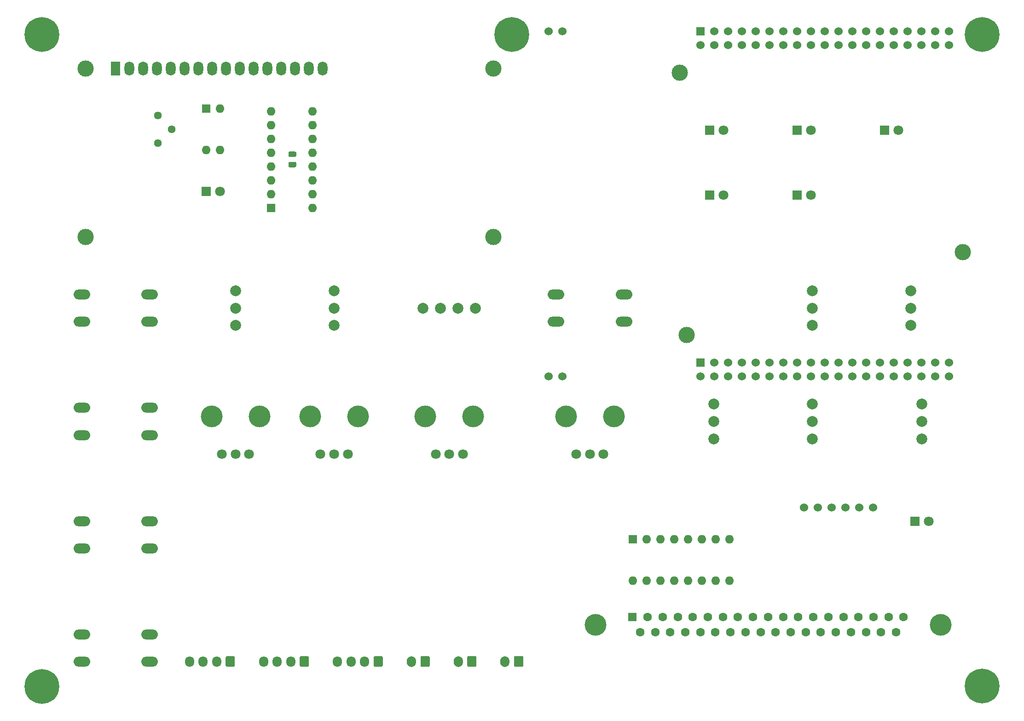
<source format=gbr>
%TF.GenerationSoftware,KiCad,Pcbnew,(5.1.9)-1*%
%TF.CreationDate,2021-02-05T13:08:36+01:00*%
%TF.ProjectId,testbench_io,74657374-6265-46e6-9368-5f696f2e6b69,rev?*%
%TF.SameCoordinates,Original*%
%TF.FileFunction,Soldermask,Top*%
%TF.FilePolarity,Negative*%
%FSLAX46Y46*%
G04 Gerber Fmt 4.6, Leading zero omitted, Abs format (unit mm)*
G04 Created by KiCad (PCBNEW (5.1.9)-1) date 2021-02-05 13:08:36*
%MOMM*%
%LPD*%
G01*
G04 APERTURE LIST*
%ADD10C,2.000000*%
%ADD11O,1.700000X1.950000*%
%ADD12O,1.700000X2.000000*%
%ADD13R,1.800000X2.600000*%
%ADD14O,1.800000X2.600000*%
%ADD15C,3.000000*%
%ADD16C,1.530000*%
%ADD17R,1.530000X1.530000*%
%ADD18O,3.048000X1.850000*%
%ADD19C,0.800000*%
%ADD20C,6.400000*%
%ADD21C,1.800000*%
%ADD22R,1.800000X1.800000*%
%ADD23C,4.000000*%
%ADD24C,1.440000*%
%ADD25O,1.600000X1.600000*%
%ADD26R,1.600000X1.600000*%
%ADD27C,1.524000*%
%ADD28C,1.600000*%
G04 APERTURE END LIST*
D10*
%TO.C,SW114*%
X101965000Y-75783800D03*
X105165000Y-75783800D03*
X98765000Y-75783800D03*
X95565000Y-75783800D03*
%TD*%
%TO.C,SW111*%
X167161000Y-78983800D03*
X167161000Y-75783800D03*
X167161000Y-72583800D03*
%TD*%
%TO.C,SW101*%
X185293000Y-78983800D03*
X185293000Y-75783800D03*
X185293000Y-72583800D03*
%TD*%
%TO.C,SW106*%
X187325000Y-99842200D03*
X187325000Y-96642200D03*
X187325000Y-93442200D03*
%TD*%
%TO.C,SW107*%
X167161000Y-93442200D03*
X167161000Y-96642200D03*
X167161000Y-99842200D03*
%TD*%
%TO.C,SW109*%
X149029000Y-93442200D03*
X149029000Y-96642200D03*
X149029000Y-99842200D03*
%TD*%
%TO.C,SW112*%
X61051000Y-78983800D03*
X61051000Y-75783800D03*
X61051000Y-72583800D03*
%TD*%
%TO.C,SW113*%
X79183000Y-78983800D03*
X79183000Y-75783800D03*
X79183000Y-72583800D03*
%TD*%
D11*
%TO.C,J303*%
X79799814Y-140802600D03*
X82299814Y-140802600D03*
X84799814Y-140802600D03*
G36*
G01*
X88149814Y-140077600D02*
X88149814Y-141527600D01*
G75*
G02*
X87899814Y-141777600I-250000J0D01*
G01*
X86699814Y-141777600D01*
G75*
G02*
X86449814Y-141527600I0J250000D01*
G01*
X86449814Y-140077600D01*
G75*
G02*
X86699814Y-139827600I250000J0D01*
G01*
X87899814Y-139827600D01*
G75*
G02*
X88149814Y-140077600I0J-250000D01*
G01*
G37*
%TD*%
%TO.C,J302*%
X66188307Y-140802600D03*
X68688307Y-140802600D03*
X71188307Y-140802600D03*
G36*
G01*
X74538307Y-140077600D02*
X74538307Y-141527600D01*
G75*
G02*
X74288307Y-141777600I-250000J0D01*
G01*
X73088307Y-141777600D01*
G75*
G02*
X72838307Y-141527600I0J250000D01*
G01*
X72838307Y-140077600D01*
G75*
G02*
X73088307Y-139827600I250000J0D01*
G01*
X74288307Y-139827600D01*
G75*
G02*
X74538307Y-140077600I0J-250000D01*
G01*
G37*
%TD*%
%TO.C,J301*%
X52576800Y-140802600D03*
X55076800Y-140802600D03*
X57576800Y-140802600D03*
G36*
G01*
X60926800Y-140077600D02*
X60926800Y-141527600D01*
G75*
G02*
X60676800Y-141777600I-250000J0D01*
G01*
X59476800Y-141777600D01*
G75*
G02*
X59226800Y-141527600I0J250000D01*
G01*
X59226800Y-140077600D01*
G75*
G02*
X59476800Y-139827600I250000J0D01*
G01*
X60676800Y-139827600D01*
G75*
G02*
X60926800Y-140077600I0J-250000D01*
G01*
G37*
%TD*%
D12*
%TO.C,J103*%
X93411321Y-140802600D03*
G36*
G01*
X96761321Y-140052600D02*
X96761321Y-141552600D01*
G75*
G02*
X96511321Y-141802600I-250000J0D01*
G01*
X95311321Y-141802600D01*
G75*
G02*
X95061321Y-141552600I0J250000D01*
G01*
X95061321Y-140052600D01*
G75*
G02*
X95311321Y-139802600I250000J0D01*
G01*
X96511321Y-139802600D01*
G75*
G02*
X96761321Y-140052600I0J-250000D01*
G01*
G37*
%TD*%
%TO.C,J102*%
X110634336Y-140802600D03*
G36*
G01*
X113984336Y-140052600D02*
X113984336Y-141552600D01*
G75*
G02*
X113734336Y-141802600I-250000J0D01*
G01*
X112534336Y-141802600D01*
G75*
G02*
X112284336Y-141552600I0J250000D01*
G01*
X112284336Y-140052600D01*
G75*
G02*
X112534336Y-139802600I250000J0D01*
G01*
X113734336Y-139802600D01*
G75*
G02*
X113984336Y-140052600I0J-250000D01*
G01*
G37*
%TD*%
%TO.C,J101*%
X102022828Y-140802600D03*
G36*
G01*
X105372828Y-140052600D02*
X105372828Y-141552600D01*
G75*
G02*
X105122828Y-141802600I-250000J0D01*
G01*
X103922828Y-141802600D01*
G75*
G02*
X103672828Y-141552600I0J250000D01*
G01*
X103672828Y-140052600D01*
G75*
G02*
X103922828Y-139802600I250000J0D01*
G01*
X105122828Y-139802600D01*
G75*
G02*
X105372828Y-140052600I0J-250000D01*
G01*
G37*
%TD*%
D13*
%TO.C,DS201*%
X38992000Y-31719000D03*
D14*
X41532000Y-31719000D03*
X44072000Y-31719000D03*
X46612000Y-31719000D03*
X49152000Y-31719000D03*
X51692000Y-31719000D03*
X54232000Y-31719000D03*
X56772000Y-31719000D03*
X59312000Y-31719000D03*
X61852000Y-31719000D03*
X64392000Y-31719000D03*
X66932000Y-31719000D03*
X69472000Y-31719000D03*
X72012000Y-31719000D03*
X74552000Y-31719000D03*
X77092000Y-31719000D03*
D15*
X33492900Y-31719000D03*
X33492900Y-62719700D03*
X108491480Y-62719700D03*
X108492000Y-31719000D03*
%TD*%
D16*
%TO.C,U101*%
X121158000Y-88328000D03*
X118618000Y-88328000D03*
X121158000Y-24828000D03*
X118618000Y-24828000D03*
D15*
X142748000Y-32448000D03*
X144018000Y-80708000D03*
X194818000Y-65468000D03*
D16*
X192278000Y-88328000D03*
X189738000Y-88328000D03*
X189738000Y-85788000D03*
X187198000Y-88328000D03*
X187198000Y-85788000D03*
X184658000Y-88328000D03*
X184658000Y-85788000D03*
X182118000Y-88328000D03*
X182118000Y-85788000D03*
X179578000Y-88328000D03*
X179578000Y-85788000D03*
X177038000Y-88328000D03*
X177038000Y-85788000D03*
X174498000Y-88328000D03*
X174498000Y-85788000D03*
X171958000Y-88328000D03*
X171958000Y-85788000D03*
X169418000Y-88328000D03*
X169418000Y-85788000D03*
X166878000Y-88328000D03*
X166878000Y-85788000D03*
X164338000Y-88328000D03*
X164338000Y-85788000D03*
X161798000Y-88328000D03*
X161798000Y-85788000D03*
X159258000Y-88328000D03*
X159258000Y-85788000D03*
X156718000Y-88328000D03*
X156718000Y-85788000D03*
X154178000Y-88328000D03*
X154178000Y-85788000D03*
X151638000Y-88328000D03*
X151638000Y-85788000D03*
X149098000Y-88328000D03*
X149098000Y-85788000D03*
X146558000Y-88328000D03*
X192278000Y-85788000D03*
D17*
X146558000Y-85788000D03*
D16*
X192278000Y-27368000D03*
X189738000Y-27368000D03*
X189738000Y-24828000D03*
X187198000Y-27368000D03*
X187198000Y-24828000D03*
X184658000Y-27368000D03*
X184658000Y-24828000D03*
X182118000Y-27368000D03*
X182118000Y-24828000D03*
X179578000Y-27368000D03*
X179578000Y-24828000D03*
X177038000Y-27368000D03*
X177038000Y-24828000D03*
X174498000Y-27368000D03*
X174498000Y-24828000D03*
X171958000Y-27368000D03*
X171958000Y-24828000D03*
X169418000Y-27368000D03*
X169418000Y-24828000D03*
X166878000Y-27368000D03*
X166878000Y-24828000D03*
X164338000Y-27368000D03*
X164338000Y-24828000D03*
X161798000Y-27368000D03*
X161798000Y-24828000D03*
X159258000Y-27368000D03*
X159258000Y-24828000D03*
X156718000Y-27368000D03*
X156718000Y-24828000D03*
X154178000Y-27368000D03*
X154178000Y-24828000D03*
X151638000Y-27368000D03*
X151638000Y-24828000D03*
X149098000Y-27368000D03*
X149098000Y-24828000D03*
X146558000Y-27368000D03*
X192278000Y-24828000D03*
D17*
X146558000Y-24828000D03*
%TD*%
D18*
%TO.C,SW105*%
X32766000Y-78283800D03*
X32766000Y-73283800D03*
X45266000Y-78283800D03*
X45266000Y-73283800D03*
%TD*%
D19*
%TO.C,H105*%
X200097056Y-23702944D03*
X198400000Y-23000000D03*
X196702944Y-23702944D03*
X196000000Y-25400000D03*
X196702944Y-27097056D03*
X198400000Y-27800000D03*
X200097056Y-27097056D03*
X200800000Y-25400000D03*
D20*
X198400000Y-25400000D03*
%TD*%
D19*
%TO.C,H104*%
X200097056Y-143655944D03*
X198400000Y-142953000D03*
X196702944Y-143655944D03*
X196000000Y-145353000D03*
X196702944Y-147050056D03*
X198400000Y-147753000D03*
X200097056Y-147050056D03*
X200800000Y-145353000D03*
D20*
X198400000Y-145353000D03*
%TD*%
D19*
%TO.C,H103*%
X27097056Y-143655944D03*
X25400000Y-142953000D03*
X23702944Y-143655944D03*
X23000000Y-145353000D03*
X23702944Y-147050056D03*
X25400000Y-147753000D03*
X27097056Y-147050056D03*
X27800000Y-145353000D03*
D20*
X25400000Y-145400000D03*
%TD*%
D19*
%TO.C,H102*%
X27097056Y-23702944D03*
X25400000Y-23000000D03*
X23702944Y-23702944D03*
X23000000Y-25400000D03*
X23702944Y-27097056D03*
X25400000Y-27800000D03*
X27097056Y-27097056D03*
X27800000Y-25400000D03*
D20*
X25400000Y-25400000D03*
%TD*%
D19*
%TO.C,H101*%
X113597056Y-23702944D03*
X111900000Y-23000000D03*
X110202944Y-23702944D03*
X109500000Y-25400000D03*
X110202944Y-27097056D03*
X111900000Y-27800000D03*
X113597056Y-27097056D03*
X114300000Y-25400000D03*
D20*
X111900000Y-25400000D03*
%TD*%
D18*
%TO.C,SW110*%
X119982000Y-78283800D03*
X119982000Y-73283800D03*
X132482000Y-78283800D03*
X132482000Y-73283800D03*
%TD*%
D21*
%TO.C,D101*%
X150833666Y-54960000D03*
D22*
X148293666Y-54960000D03*
%TD*%
D21*
%TO.C,D102*%
X166920332Y-54960000D03*
D22*
X164380332Y-54960000D03*
%TD*%
D21*
%TO.C,D103*%
X150833666Y-43022000D03*
D22*
X148293666Y-43022000D03*
%TD*%
D21*
%TO.C,D104*%
X166920332Y-43022000D03*
D22*
X164380332Y-43022000D03*
%TD*%
D21*
%TO.C,D105*%
X183007000Y-43022000D03*
D22*
X180467000Y-43022000D03*
%TD*%
D21*
%TO.C,D106*%
X188590000Y-115031000D03*
D22*
X186050000Y-115031000D03*
%TD*%
D21*
%TO.C,D201*%
X58191400Y-54325000D03*
D22*
X55651400Y-54325000D03*
%TD*%
D23*
%TO.C,RV101*%
X83583000Y-95692200D03*
X74783000Y-95692200D03*
D21*
X81683000Y-102692200D03*
X79183000Y-102692200D03*
X76683000Y-102692200D03*
%TD*%
D23*
%TO.C,RV102*%
X65451000Y-95692200D03*
X56651000Y-95692200D03*
D21*
X63551000Y-102692200D03*
X61051000Y-102692200D03*
X58551000Y-102692200D03*
%TD*%
D23*
%TO.C,RV103*%
X104765000Y-95692200D03*
X95965000Y-95692200D03*
D21*
X102865000Y-102692200D03*
X100365000Y-102692200D03*
X97865000Y-102692200D03*
%TD*%
D23*
%TO.C,RV104*%
X130622000Y-95692200D03*
X121822000Y-95692200D03*
D21*
X128722000Y-102692200D03*
X126222000Y-102692200D03*
X123722000Y-102692200D03*
%TD*%
D24*
%TO.C,RV201*%
X46736000Y-40355000D03*
X49276000Y-42895000D03*
X46736000Y-45435000D03*
%TD*%
D25*
%TO.C,SW201*%
X55626000Y-46705000D03*
X58166000Y-39085000D03*
X58166000Y-46705000D03*
D26*
X55626000Y-39085000D03*
%TD*%
D18*
%TO.C,SW102*%
X32766000Y-140859000D03*
X32766000Y-135859000D03*
X45266000Y-140859000D03*
X45266000Y-135859000D03*
%TD*%
%TO.C,SW103*%
X32766000Y-99142200D03*
X32766000Y-94142200D03*
X45266000Y-99142200D03*
X45266000Y-94142200D03*
%TD*%
%TO.C,SW104*%
X32766000Y-120000600D03*
X32766000Y-115000600D03*
X45266000Y-120000600D03*
X45266000Y-115000600D03*
%TD*%
D25*
%TO.C,SW108*%
X134112000Y-125953000D03*
X151892000Y-118333000D03*
X136652000Y-125953000D03*
X149352000Y-118333000D03*
X139192000Y-125953000D03*
X146812000Y-118333000D03*
X141732000Y-125953000D03*
X144272000Y-118333000D03*
X144272000Y-125953000D03*
X141732000Y-118333000D03*
X146812000Y-125953000D03*
X139192000Y-118333000D03*
X149352000Y-125953000D03*
X136652000Y-118333000D03*
X151892000Y-125953000D03*
D26*
X134112000Y-118333000D03*
%TD*%
D27*
%TO.C,U102*%
X178308000Y-112491000D03*
X175768000Y-112491000D03*
X173228000Y-112491000D03*
X170688000Y-112491000D03*
X168148000Y-112491000D03*
X165608000Y-112491000D03*
%TD*%
D25*
%TO.C,U201*%
X75184000Y-57373000D03*
X67564000Y-39593000D03*
X75184000Y-54833000D03*
X67564000Y-42133000D03*
X75184000Y-52293000D03*
X67564000Y-44673000D03*
X75184000Y-49753000D03*
X67564000Y-47213000D03*
X75184000Y-47213000D03*
X67564000Y-49753000D03*
X75184000Y-44673000D03*
X67564000Y-52293000D03*
X75184000Y-42133000D03*
X67564000Y-54833000D03*
X75184000Y-39593000D03*
D26*
X67564000Y-57373000D03*
%TD*%
%TO.C,C201*%
G36*
G01*
X71026000Y-46972000D02*
X71976000Y-46972000D01*
G75*
G02*
X72226000Y-47222000I0J-250000D01*
G01*
X72226000Y-47722000D01*
G75*
G02*
X71976000Y-47972000I-250000J0D01*
G01*
X71026000Y-47972000D01*
G75*
G02*
X70776000Y-47722000I0J250000D01*
G01*
X70776000Y-47222000D01*
G75*
G02*
X71026000Y-46972000I250000J0D01*
G01*
G37*
G36*
G01*
X71026000Y-48872000D02*
X71976000Y-48872000D01*
G75*
G02*
X72226000Y-49122000I0J-250000D01*
G01*
X72226000Y-49622000D01*
G75*
G02*
X71976000Y-49872000I-250000J0D01*
G01*
X71026000Y-49872000D01*
G75*
G02*
X70776000Y-49622000I0J250000D01*
G01*
X70776000Y-49122000D01*
G75*
G02*
X71026000Y-48872000I250000J0D01*
G01*
G37*
%TD*%
%TO.C,J104*%
X134086600Y-132607800D03*
D28*
X136856600Y-132607800D03*
X139626600Y-132607800D03*
X142396600Y-132607800D03*
X145166600Y-132607800D03*
X147936600Y-132607800D03*
X150706600Y-132607800D03*
X153476600Y-132607800D03*
X156246600Y-132607800D03*
X159016600Y-132607800D03*
X161786600Y-132607800D03*
X164556600Y-132607800D03*
X167326600Y-132607800D03*
X170096600Y-132607800D03*
X172866600Y-132607800D03*
X175636600Y-132607800D03*
X178406600Y-132607800D03*
X181176600Y-132607800D03*
X183946600Y-132607800D03*
X135471600Y-135447800D03*
X138241600Y-135447800D03*
X141011600Y-135447800D03*
X143781600Y-135447800D03*
X146551600Y-135447800D03*
X149321600Y-135447800D03*
X152091600Y-135447800D03*
X154861600Y-135447800D03*
X157631600Y-135447800D03*
X160401600Y-135447800D03*
X163171600Y-135447800D03*
X165941600Y-135447800D03*
X168711600Y-135447800D03*
X171481600Y-135447800D03*
X174251600Y-135447800D03*
X177021600Y-135447800D03*
X179791600Y-135447800D03*
X182561600Y-135447800D03*
D23*
X190766600Y-134027800D03*
X127266600Y-134027800D03*
%TD*%
M02*

</source>
